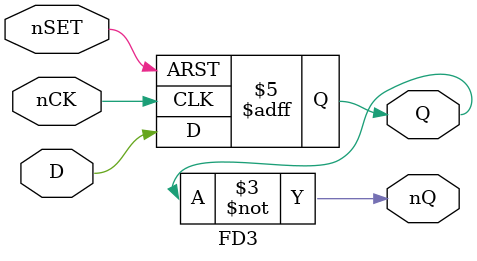
<source format=v>
`timescale 1ns/1ns

module FD3(
	input nCK,
	input D,
	input nSET,
	output reg Q = 1'b0,
	output nQ
);

	always @(negedge nCK, negedge nSET)
	begin
		if (!nSET)
			Q <= 1'b1;
		else
			Q <= D;
	end
	
	assign nQ = ~Q;

endmodule

</source>
